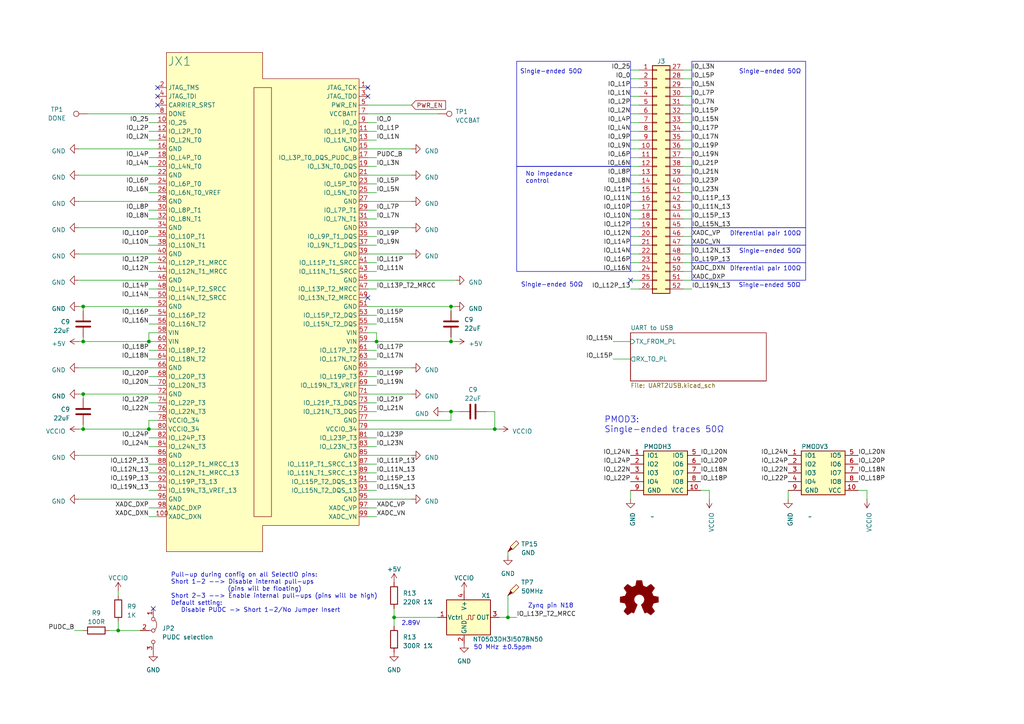
<source format=kicad_sch>
(kicad_sch (version 20230121) (generator eeschema)
  (paper "A4")
  (title_block (title "MicroZed development carrier board") (date "2023-08-19") (rev "4") (comment 1 "               License: BSD 2-Clause License") (comment 3 "               (c) 2023 Viktor Nikolov"))
  (lib_symbols
    (symbol "Connector:TestPoint" (pin_numbers hide) (pin_names (offset 0.762) hide)
      (property "Reference" "TP" (at 0 6.858 0))
      (property "Value" "TestPoint" (at 0 5.08 0))
      (symbol "TestPoint_1_1"
        (pin passive line (at 0 0 90) (length 2.54) (name "1") (number "1"))
      )
    )
    (symbol "Connector:TestPoint_Probe" (pin_numbers hide) (pin_names (offset 0.762) hide)
      (property "Reference" "TP" (at 1.651 5.842 0))
      (property "Value" "TestPoint_Probe" (at 1.651 4.064 0))
      (symbol "TestPoint_Probe_1_1"
        (pin passive line (at 0 0 90) (length 0) (name "1") (number "1"))
      )
    )
    (symbol "Connector_Generic:Conn_02x26_Top_Bottom" (pin_names (offset 1.016) hide)
      (property "Reference" "J" (at 1.27 33.02 0))
      (property "Value" "Conn_02x26_Top_Bottom" (at 1.27 -35.56 0))
      (symbol "Conn_02x26_Top_Bottom_1_1"
        (pin passive line (at -5.08 30.48 0) (length 3.81) (name "Pin_1") (number "1"))
        (pin passive line (at -5.08 7.62 0) (length 3.81) (name "Pin_10") (number "10"))
        (pin passive line (at -5.08 5.08 0) (length 3.81) (name "Pin_11") (number "11"))
        (pin passive line (at -5.08 2.54 0) (length 3.81) (name "Pin_12") (number "12"))
        (pin passive line (at -5.08 0 0) (length 3.81) (name "Pin_13") (number "13"))
        (pin passive line (at -5.08 -2.54 0) (length 3.81) (name "Pin_14") (number "14"))
        (pin passive line (at -5.08 -5.08 0) (length 3.81) (name "Pin_15") (number "15"))
        (pin passive line (at -5.08 -7.62 0) (length 3.81) (name "Pin_16") (number "16"))
        (pin passive line (at -5.08 -10.16 0) (length 3.81) (name "Pin_17") (number "17"))
        (pin passive line (at -5.08 -12.7 0) (length 3.81) (name "Pin_18") (number "18"))
        (pin passive line (at -5.08 -15.24 0) (length 3.81) (name "Pin_19") (number "19"))
        (pin passive line (at -5.08 27.94 0) (length 3.81) (name "Pin_2") (number "2"))
        (pin passive line (at -5.08 -17.78 0) (length 3.81) (name "Pin_20") (number "20"))
        (pin passive line (at -5.08 -20.32 0) (length 3.81) (name "Pin_21") (number "21"))
        (pin passive line (at -5.08 -22.86 0) (length 3.81) (name "Pin_22") (number "22"))
        (pin passive line (at -5.08 -25.4 0) (length 3.81) (name "Pin_23") (number "23"))
        (pin passive line (at -5.08 -27.94 0) (length 3.81) (name "Pin_24") (number "24"))
        (pin passive line (at -5.08 -30.48 0) (length 3.81) (name "Pin_25") (number "25"))
        (pin passive line (at -5.08 -33.02 0) (length 3.81) (name "Pin_26") (number "26"))
        (pin passive line (at 7.62 30.48 180) (length 3.81) (name "Pin_27") (number "27"))
        (pin passive line (at 7.62 27.94 180) (length 3.81) (name "Pin_28") (number "28"))
        (pin passive line (at 7.62 25.4 180) (length 3.81) (name "Pin_29") (number "29"))
        (pin passive line (at -5.08 25.4 0) (length 3.81) (name "Pin_3") (number "3"))
        (pin passive line (at 7.62 22.86 180) (length 3.81) (name "Pin_30") (number "30"))
        (pin passive line (at 7.62 20.32 180) (length 3.81) (name "Pin_31") (number "31"))
        (pin passive line (at 7.62 17.78 180) (length 3.81) (name "Pin_32") (number "32"))
        (pin passive line (at 7.62 15.24 180) (length 3.81) (name "Pin_33") (number "33"))
        (pin passive line (at 7.62 12.7 180) (length 3.81) (name "Pin_34") (number "34"))
        (pin passive line (at 7.62 10.16 180) (length 3.81) (name "Pin_35") (number "35"))
        (pin passive line (at 7.62 7.62 180) (length 3.81) (name "Pin_36") (number "36"))
        (pin passive line (at 7.62 5.08 180) (length 3.81) (name "Pin_37") (number "37"))
        (pin passive line (at 7.62 2.54 180) (length 3.81) (name "Pin_38") (number "38"))
        (pin passive line (at 7.62 0 180) (length 3.81) (name "Pin_39") (number "39"))
        (pin passive line (at -5.08 22.86 0) (length 3.81) (name "Pin_4") (number "4"))
        (pin passive line (at 7.62 -2.54 180) (length 3.81) (name "Pin_40") (number "40"))
        (pin passive line (at 7.62 -5.08 180) (length 3.81) (name "Pin_41") (number "41"))
        (pin passive line (at 7.62 -7.62 180) (length 3.81) (name "Pin_42") (number "42"))
        (pin passive line (at 7.62 -10.16 180) (length 3.81) (name "Pin_43") (number "43"))
        (pin passive line (at 7.62 -12.7 180) (length 3.81) (name "Pin_44") (number "44"))
        (pin passive line (at 7.62 -15.24 180) (length 3.81) (name "Pin_45") (number "45"))
        (pin passive line (at 7.62 -17.78 180) (length 3.81) (name "Pin_46") (number "46"))
        (pin passive line (at 7.62 -20.32 180) (length 3.81) (name "Pin_47") (number "47"))
        (pin passive line (at 7.62 -22.86 180) (length 3.81) (name "Pin_48") (number "48"))
        (pin passive line (at 7.62 -25.4 180) (length 3.81) (name "Pin_49") (number "49"))
        (pin passive line (at -5.08 20.32 0) (length 3.81) (name "Pin_5") (number "5"))
        (pin passive line (at 7.62 -27.94 180) (length 3.81) (name "Pin_50") (number "50"))
        (pin passive line (at 7.62 -30.48 180) (length 3.81) (name "Pin_51") (number "51"))
        (pin passive line (at 7.62 -33.02 180) (length 3.81) (name "Pin_52") (number "52"))
        (pin passive line (at -5.08 17.78 0) (length 3.81) (name "Pin_6") (number "6"))
        (pin passive line (at -5.08 15.24 0) (length 3.81) (name "Pin_7") (number "7"))
        (pin passive line (at -5.08 12.7 0) (length 3.81) (name "Pin_8") (number "8"))
        (pin passive line (at -5.08 10.16 0) (length 3.81) (name "Pin_9") (number "9"))
      )
    )
    (symbol "Device:C" (pin_numbers hide) (pin_names (offset 0.254))
      (property "Reference" "C" (at 0.635 2.54 0))
      (property "Value" "C" (at 0.635 -2.54 0))
      (symbol "C_1_1"
        (pin passive line (at 0 3.81 270) (length 2.794) (name "~") (number "1"))
        (pin passive line (at 0 -3.81 90) (length 2.794) (name "~") (number "2"))
      )
    )
    (symbol "Device:R" (pin_numbers hide) (pin_names (offset 0))
      (property "Reference" "R" (at 2.032 0 90))
      (property "Value" "R" (at 0 0 90))
      (symbol "R_1_1"
        (pin passive line (at 0 3.81 270) (length 1.27) (name "~") (number "1"))
        (pin passive line (at 0 -3.81 90) (length 1.27) (name "~") (number "2"))
      )
    )
    (symbol "Graphic:Logo_Open_Hardware_Small" (in_bom no) (on_board no))
    (symbol "Jumper:Jumper_3_Bridged12" (pin_names (offset 0) hide)
      (property "Reference" "JP" (at -2.54 -2.54 0))
      (property "Value" "Jumper_3_Bridged12" (at 0 2.794 0))
      (symbol "Jumper_3_Bridged12_1_1"
        (pin passive line (at -6.35 0 0) (length 2.54) (name "A") (number "1"))
        (pin passive line (at 0 -3.81 90) (length 2.54) (name "C") (number "2"))
        (pin passive line (at 6.35 0 180) (length 2.54) (name "B") (number "3"))
      )
    )
    (symbol "Oscillator:DFA-S2" (pin_names (offset 0.254))
      (property "Reference" "X" (at -5.08 6.35 0))
      (property "Value" "DFA-S2" (at 1.27 -6.35 0))
      (symbol "DFA-S2_1_1"
        (pin input line (at -7.62 0 0) (length 2.54) (name "Vctrl") (number "1"))
        (pin power_in line (at 0 -7.62 90) (length 2.54) (name "GND") (number "2"))
        (pin output line (at 10.16 0 180) (length 2.54) (name "OUT") (number "3"))
        (pin power_in line (at 0 7.62 270) (length 2.54) (name "V+") (number "4"))
      )
    )
    (symbol "Viktor_symbols:MicroZed_carrier_plug_JX1"
      (property "Reference" "JX1" (at -22.86 6.985 0))
      (symbol "MicroZed_carrier_plug_JX1_0_0"
        (pin output line (at 30.48 0 180) (length 2.54) (name "JTAG_TCK") (number "1"))
        (pin bidirectional line (at -30.48 -10.16 0) (length 2.54) (name "IO_25") (number "10"))
        (pin bidirectional line (at -30.48 -124.46 0) (length 2.54) (name "XADC_DXN") (number "100"))
        (pin bidirectional line (at 30.48 -12.7 180) (length 2.54) (name "IO_L1P_T0") (number "11"))
        (pin bidirectional line (at -30.48 -12.7 0) (length 2.54) (name "IO_L2P_T0") (number "12"))
        (pin bidirectional line (at 30.48 -15.24 180) (length 2.54) (name "IO_L1N_T0") (number "13"))
        (pin bidirectional line (at -30.48 -15.24 0) (length 2.54) (name "IO_L2N_T0") (number "14"))
        (pin power_out line (at 30.48 -17.78 180) (length 2.54) (name "GND") (number "15"))
        (pin power_out line (at -30.48 -17.78 0) (length 2.54) (name "GND") (number "16"))
        (pin bidirectional line (at 30.48 -20.32 180) (length 2.54) (name "IO_L3P_T0_DQS_PUDC_B") (number "17"))
        (pin bidirectional line (at -30.48 -20.32 0) (length 2.54) (name "IO_L4P_T0") (number "18"))
        (pin bidirectional line (at 30.48 -22.86 180) (length 2.54) (name "IO_L3N_T0_DQS") (number "19"))
        (pin bidirectional line (at -30.48 0 0) (length 2.54) (name "JTAG_TMS") (number "2"))
        (pin bidirectional line (at -30.48 -22.86 0) (length 2.54) (name "IO_L4N_T0") (number "20"))
        (pin power_out line (at 30.48 -25.4 180) (length 2.54) (name "GND") (number "21"))
        (pin power_out line (at -30.48 -25.4 0) (length 2.54) (name "GND") (number "22"))
        (pin output line (at 30.48 -27.94 180) (length 2.54) (name "IO_L5P_T0") (number "23"))
        (pin output line (at -30.48 -27.94 0) (length 2.54) (name "IO_L6P_T0") (number "24"))
        (pin output line (at 30.48 -30.48 180) (length 2.54) (name "IO_L5N_T0") (number "25"))
        (pin output line (at -30.48 -30.48 0) (length 2.54) (name "IO_L6N_T0_VREF") (number "26"))
        (pin power_out line (at 30.48 -33.02 180) (length 2.54) (name "GND") (number "27"))
        (pin power_out line (at -30.48 -33.02 0) (length 2.54) (name "GND") (number "28"))
        (pin output line (at 30.48 -35.56 180) (length 2.54) (name "IO_L7P_T1") (number "29"))
        (pin bidirectional line (at 30.48 -2.54 180) (length 2.54) (name "JTAG_TDO") (number "3"))
        (pin output line (at -30.48 -35.56 0) (length 2.54) (name "IO_L8P_T1") (number "30"))
        (pin output line (at 30.48 -38.1 180) (length 2.54) (name "IO_L7N_T1") (number "31"))
        (pin bidirectional line (at -30.48 -38.1 0) (length 2.54) (name "IO_L8N_T1") (number "32"))
        (pin power_out line (at 30.48 -40.64 180) (length 2.54) (name "GND") (number "33"))
        (pin power_out line (at -30.48 -40.64 0) (length 2.54) (name "GND") (number "34"))
        (pin bidirectional line (at 30.48 -43.18 180) (length 2.54) (name "IO_L9P_T1_DQS") (number "35"))
        (pin bidirectional line (at -30.48 -43.18 0) (length 2.54) (name "IO_L10P_T1") (number "36"))
        (pin bidirectional line (at 30.48 -45.72 180) (length 2.54) (name "IO_L9N_T1_DQS") (number "37"))
        (pin bidirectional line (at -30.48 -45.72 0) (length 2.54) (name "IO_L10N_T1") (number "38"))
        (pin power_out line (at 30.48 -48.26 180) (length 2.54) (name "GND") (number "39"))
        (pin bidirectional line (at -30.48 -2.54 0) (length 2.54) (name "JTAG_TDI") (number "4"))
        (pin power_out line (at -30.48 -48.26 0) (length 2.54) (name "GND") (number "40"))
        (pin bidirectional line (at 30.48 -50.8 180) (length 2.54) (name "IO_L11P_T1_SRCC") (number "41"))
        (pin bidirectional line (at -30.48 -50.8 0) (length 2.54) (name "IO_L12P_T1_MRCC") (number "42"))
        (pin bidirectional line (at 30.48 -53.34 180) (length 2.54) (name "IO_L11N_T1_SRCC") (number "43"))
        (pin bidirectional line (at -30.48 -53.34 0) (length 2.54) (name "IO_L12N_T1_MRCC") (number "44"))
        (pin power_out line (at 30.48 -55.88 180) (length 2.54) (name "GND") (number "45"))
        (pin power_out line (at -30.48 -55.88 0) (length 2.54) (name "GND") (number "46"))
        (pin bidirectional line (at 30.48 -58.42 180) (length 2.54) (name "IO_L13P_T2_MRCC") (number "47"))
        (pin bidirectional line (at -30.48 -58.42 0) (length 2.54) (name "IO_L14P_T2_SRCC") (number "48"))
        (pin bidirectional line (at 30.48 -60.96 180) (length 2.54) (name "IO_L13N_T2_MRCC") (number "49"))
        (pin bidirectional line (at 30.48 -5.08 180) (length 2.54) (name "PWR_EN") (number "5"))
        (pin bidirectional line (at -30.48 -60.96 0) (length 2.54) (name "IO_L14N_T2_SRCC") (number "50"))
        (pin power_out line (at 30.48 -63.5 180) (length 2.54) (name "GND") (number "51"))
        (pin power_out line (at -30.48 -63.5 0) (length 2.54) (name "GND") (number "52"))
        (pin bidirectional line (at 30.48 -66.04 180) (length 2.54) (name "IO_L15P_T2_DQS") (number "53"))
        (pin bidirectional line (at -30.48 -66.04 0) (length 2.54) (name "IO_L16P_T2") (number "54"))
        (pin bidirectional line (at 30.48 -68.58 180) (length 2.54) (name "IO_L15N_T2_DQS") (number "55"))
        (pin bidirectional line (at -30.48 -68.58 0) (length 2.54) (name "IO_L16N_T2") (number "56"))
        (pin power_in line (at 30.48 -71.12 180) (length 2.54) (name "VIN") (number "57"))
        (pin power_in line (at -30.48 -71.12 0) (length 2.54) (name "VIN") (number "58"))
        (pin power_in line (at 30.48 -73.66 180) (length 2.54) (name "VIN") (number "59"))
        (pin bidirectional line (at -30.48 -5.08 0) (length 2.54) (name "CARRIER_SRST") (number "6"))
        (pin power_in line (at -30.48 -73.66 0) (length 2.54) (name "VIN") (number "60"))
        (pin bidirectional line (at 30.48 -76.2 180) (length 2.54) (name "IO_L17P_T2") (number "61"))
        (pin bidirectional line (at -30.48 -76.2 0) (length 2.54) (name "IO_L18P_T2") (number "62"))
        (pin bidirectional line (at 30.48 -78.74 180) (length 2.54) (name "IO_L17N_T2") (number "63"))
        (pin bidirectional line (at -30.48 -78.74 0) (length 2.54) (name "IO_L18N_T2") (number "64"))
        (pin power_out line (at 30.48 -81.28 180) (length 2.54) (name "GND") (number "65"))
        (pin power_out line (at -30.48 -81.28 0) (length 2.54) (name "GND") (number "66"))
        (pin bidirectional line (at 30.48 -83.82 180) (length 2.54) (name "IO_L19P_T3") (number "67"))
        (pin bidirectional line (at -30.48 -83.82 0) (length 2.54) (name "IO_L20P_T3") (number "68"))
        (pin bidirectional line (at 30.48 -86.36 180) (length 2.54) (name "IO_L19N_T3_VREF") (number "69"))
        (pin power_in line (at 30.48 -7.62 180) (length 2.54) (name "VCCBATT") (number "7"))
        (pin bidirectional line (at -30.48 -86.36 0) (length 2.54) (name "IO_L20N_T3") (number "70"))
        (pin power_out line (at 30.48 -88.9 180) (length 2.54) (name "GND") (number "71"))
        (pin power_out line (at -30.48 -88.9 0) (length 2.54) (name "GND") (number "72"))
        (pin bidirectional line (at 30.48 -91.44 180) (length 2.54) (name "IO_L21P_T3_DQS") (number "73"))
        (pin bidirectional line (at -30.48 -91.44 0) (length 2.54) (name "IO_L22P_T3") (number "74"))
        (pin bidirectional line (at 30.48 -93.98 180) (length 2.54) (name "IO_L21N_T3_DQS") (number "75"))
        (pin bidirectional line (at -30.48 -93.98 0) (length 2.54) (name "IO_L22N_T3") (number "76"))
        (pin power_out line (at 30.48 -96.52 180) (length 2.54) (name "GND") (number "77"))
        (pin power_in line (at -30.48 -96.52 0) (length 2.54) (name "VCCIO_34") (number "78"))
        (pin power_in line (at 30.48 -99.06 180) (length 2.54) (name "VCCIO_34") (number "79"))
        (pin bidirectional line (at -30.48 -7.62 0) (length 2.54) (name "DONE") (number "8"))
        (pin power_in line (at -30.48 -99.06 0) (length 2.54) (name "VCCIO_34") (number "80"))
        (pin bidirectional line (at 30.48 -101.6 180) (length 2.54) (name "IO_L23P_T3") (number "81"))
        (pin bidirectional line (at -30.48 -101.6 0) (length 2.54) (name "IO_L24P_T3") (number "82"))
        (pin bidirectional line (at 30.48 -104.14 180) (length 2.54) (name "IO_L23N_T3") (number "83"))
        (pin bidirectional line (at -30.48 -104.14 0) (length 2.54) (name "IO_L24N_T3") (number "84"))
        (pin power_out line (at 30.48 -106.68 180) (length 2.54) (name "GND") (number "85"))
        (pin power_out line (at -30.48 -106.68 0) (length 2.54) (name "GND") (number "86"))
        (pin bidirectional line (at 30.48 -109.22 180) (length 2.54) (name "IO_L11P_T1_SRCC_13") (number "87"))
        (pin bidirectional line (at -30.48 -109.22 0) (length 2.54) (name "IO_L12P_T1_MRCC_13") (number "88"))
        (pin bidirectional line (at 30.48 -111.76 180) (length 2.54) (name "IO_L11N_T1_SRCC_13") (number "89"))
        (pin bidirectional line (at 30.48 -10.16 180) (length 2.54) (name "IO_0") (number "9"))
        (pin bidirectional line (at -30.48 -111.76 0) (length 2.54) (name "IO_L12N_T1_MRCC_13") (number "90"))
        (pin bidirectional line (at 30.48 -114.3 180) (length 2.54) (name "IO_L15P_T2_DQS_13") (number "91"))
        (pin bidirectional line (at -30.48 -114.3 0) (length 2.54) (name "IO_L19P_T3_13") (number "92"))
        (pin bidirectional line (at 30.48 -116.84 180) (length 2.54) (name "IO_L15N_T2_DQS_13") (number "93"))
        (pin bidirectional line (at -30.48 -116.84 0) (length 2.54) (name "IO_L19N_T3_VREF_13") (number "94"))
        (pin power_out line (at 30.48 -119.38 180) (length 2.54) (name "GND") (number "95"))
        (pin power_out line (at -30.48 -119.38 0) (length 2.54) (name "GND") (number "96"))
        (pin bidirectional line (at 30.48 -121.92 180) (length 2.54) (name "XADC_VP") (number "97"))
        (pin bidirectional line (at -30.48 -121.92 0) (length 2.54) (name "XADC_DXP") (number "98"))
        (pin bidirectional line (at 30.48 -124.46 180) (length 2.54) (name "XADC_VN") (number "99"))
      )
    )
    (symbol "Viktor_symbols:PMOD_socket" (pin_names (offset 1.016))
      (property "Reference" "J" (at -3.81 10.16 0))
      (symbol "PMOD_socket_1_1"
        (pin bidirectional line (at -10.16 7.62 0) (length 3.81) (name "IO1") (number "1"))
        (pin power_in line (at 10.16 -2.54 180) (length 3.81) (name "VCC") (number "10"))
        (pin bidirectional line (at -10.16 5.08 0) (length 3.81) (name "IO2") (number "2"))
        (pin bidirectional line (at -10.16 2.54 0) (length 3.81) (name "IO3") (number "3"))
        (pin bidirectional line (at -10.16 0 0) (length 3.81) (name "IO4") (number "4"))
        (pin bidirectional line (at 10.16 7.62 180) (length 3.81) (name "IO5") (number "5"))
        (pin bidirectional line (at 10.16 5.08 180) (length 3.81) (name "IO6") (number "6"))
        (pin bidirectional line (at 10.16 2.54 180) (length 3.81) (name "IO7") (number "7"))
        (pin bidirectional line (at 10.16 0 180) (length 3.81) (name "IO8") (number "8"))
        (pin power_out line (at -10.16 -2.54 0) (length 3.81) (name "GND") (number "9"))
      )
    )
    (symbol "Viktor_symbols:VCCIO" (power) (pin_names (offset 0))
      (property "Value" "VCCIO" (at 0 3.81 0))
      (symbol "VCCIO_1_1"
        (pin power_in line (at 0 0 90) (length 0) hide (name "VCCIO") (number "1"))
      )
    )
    (symbol "power:+5V" (power) (pin_names (offset 0))
      (property "Value" "+5V" (at 0 3.556 0))
      (symbol "+5V_1_1"
        (pin power_in line (at 0 0 90) (length 0) hide (name "+5V") (number "1"))
      )
    )
    (symbol "power:GND" (power) (pin_names (offset 0))
      (property "Value" "GND" (at 0 -3.81 0))
      (symbol "GND_1_1"
        (pin power_in line (at 0 0 270) (length 0) hide (name "GND") (number "1"))
      )
    )
  )
  (junction (at 24.13 99.06))
  (junction (at 130.81 119.38))
  (junction (at 43.18 124.46))
  (junction (at 130.81 88.9))
  (junction (at 34.29 182.88))
  (junction (at 109.22 99.06))
  (junction (at 130.81 99.06))
  (junction (at 24.13 124.46))
  (junction (at 143.51 124.46))
  (junction (at 147.32 179.07))
  (junction (at 24.13 88.9))
  (junction (at 24.13 114.3))
  (junction (at 43.18 99.06))
  (junction (at 114.3 179.07))
  (no_connect (at 106.68 86.36))
  (no_connect (at 45.72 25.4))
  (no_connect (at 45.72 30.48))
  (no_connect (at 106.68 25.4))
  (no_connect (at 45.72 27.94))
  (no_connect (at 44.45 176.53))
  (no_connect (at 182.88 81.28))
  (no_connect (at 106.68 27.94))
  (wire (pts (xy 106.68 119.38) (xy 109.22 119.38)))
  (wire (pts (xy 114.3 176.53) (xy 114.3 179.07)))
  (wire (pts (xy 22.86 132.08) (xy 45.72 132.08)))
  (wire (pts (xy 43.18 38.1) (xy 45.72 38.1)))
  (wire (pts (xy 106.68 132.08) (xy 119.38 132.08)))
  (wire (pts (xy 24.13 114.3) (xy 45.72 114.3)))
  (wire (pts (xy 228.6 144.78) (xy 228.6 142.24)))
  (wire (pts (xy 106.68 38.1) (xy 109.22 38.1)))
  (wire (pts (xy 22.86 106.68) (xy 45.72 106.68)))
  (wire (pts (xy 106.68 121.92) (xy 130.81 121.92)))
  (wire (pts (xy 106.68 83.82) (xy 109.22 83.82)))
  (wire (pts (xy 128.27 119.38) (xy 130.81 119.38)))
  (wire (pts (xy 177.8 99.06) (xy 182.88 99.06)))
  (wire (pts (xy 43.18 63.5) (xy 45.72 63.5)))
  (wire (pts (xy 22.86 144.78) (xy 45.72 144.78)))
  (wire (pts (xy 106.68 149.86) (xy 109.22 149.86)))
  (wire (pts (xy 109.22 99.06) (xy 130.81 99.06)))
  (wire (pts (xy 198.12 22.86) (xy 200.66 22.86)))
  (wire (pts (xy 182.88 35.56) (xy 185.42 35.56)))
  (wire (pts (xy 182.88 25.4) (xy 185.42 25.4)))
  (wire (pts (xy 182.88 27.94) (xy 185.42 27.94)))
  (wire (pts (xy 106.68 109.22) (xy 109.22 109.22)))
  (wire (pts (xy 43.18 45.72) (xy 45.72 45.72)))
  (wire (pts (xy 182.88 43.18) (xy 185.42 43.18)))
  (wire (pts (xy 43.18 139.7) (xy 45.72 139.7)))
  (wire (pts (xy 106.68 101.6) (xy 109.22 101.6)))
  (wire (pts (xy 43.18 71.12) (xy 45.72 71.12)))
  (wire (pts (xy 198.12 20.32) (xy 200.66 20.32)))
  (wire (pts (xy 106.68 93.98) (xy 109.22 93.98)))
  (wire (pts (xy 106.68 53.34) (xy 109.22 53.34)))
  (wire (pts (xy 106.68 58.42) (xy 119.38 58.42)))
  (wire (pts (xy 182.88 30.48) (xy 185.42 30.48)))
  (wire (pts (xy 198.12 33.02) (xy 200.66 33.02)))
  (wire (pts (xy 248.92 142.24) (xy 251.46 142.24)))
  (wire (pts (xy 43.18 96.52) (xy 43.18 99.06)))
  (wire (pts (xy 109.22 99.06) (xy 106.68 99.06)))
  (wire (pts (xy 130.81 88.9) (xy 130.81 90.17)))
  (wire (pts (xy 182.88 53.34) (xy 185.42 53.34)))
  (wire (pts (xy 106.68 45.72) (xy 109.22 45.72)))
  (wire (pts (xy 182.88 50.8) (xy 185.42 50.8)))
  (wire (pts (xy 43.18 111.76) (xy 45.72 111.76)))
  (wire (pts (xy 198.12 53.34) (xy 200.66 53.34)))
  (wire (pts (xy 182.88 22.86) (xy 185.42 22.86)))
  (wire (pts (xy 24.13 97.79) (xy 24.13 99.06)))
  (wire (pts (xy 106.68 127) (xy 109.22 127)))
  (wire (pts (xy 43.18 149.86) (xy 45.72 149.86)))
  (wire (pts (xy 22.86 99.06) (xy 24.13 99.06)))
  (wire (pts (xy 106.68 71.12) (xy 109.22 71.12)))
  (wire (pts (xy 43.18 134.62) (xy 45.72 134.62)))
  (wire (pts (xy 182.88 144.78) (xy 182.88 142.24)))
  (wire (pts (xy 198.12 68.58) (xy 200.66 68.58)))
  (wire (pts (xy 43.18 142.24) (xy 45.72 142.24)))
  (wire (pts (xy 22.86 124.46) (xy 24.13 124.46)))
  (wire (pts (xy 198.12 73.66) (xy 200.66 73.66)))
  (wire (pts (xy 106.68 88.9) (xy 130.81 88.9)))
  (wire (pts (xy 43.18 101.6) (xy 45.72 101.6)))
  (wire (pts (xy 182.88 45.72) (xy 185.42 45.72)))
  (wire (pts (xy 198.12 83.82) (xy 200.66 83.82)))
  (wire (pts (xy 22.86 50.8) (xy 45.72 50.8)))
  (wire (pts (xy 203.2 142.24) (xy 205.74 142.24)))
  (wire (pts (xy 198.12 71.12) (xy 200.66 71.12)))
  (wire (pts (xy 198.12 55.88) (xy 200.66 55.88)))
  (wire (pts (xy 106.68 111.76) (xy 109.22 111.76)))
  (wire (pts (xy 43.18 119.38) (xy 45.72 119.38)))
  (wire (pts (xy 106.68 73.66) (xy 119.38 73.66)))
  (wire (pts (xy 182.88 58.42) (xy 185.42 58.42)))
  (wire (pts (xy 251.46 142.24) (xy 251.46 144.78)))
  (wire (pts (xy 106.68 60.96) (xy 109.22 60.96)))
  (wire (pts (xy 106.68 104.14) (xy 109.22 104.14)))
  (wire (pts (xy 106.68 116.84) (xy 109.22 116.84)))
  (wire (pts (xy 106.68 35.56) (xy 109.22 35.56)))
  (wire (pts (xy 45.72 121.92) (xy 43.18 121.92)))
  (wire (pts (xy 182.88 76.2) (xy 185.42 76.2)))
  (wire (pts (xy 147.32 172.72) (xy 147.32 179.07)))
  (wire (pts (xy 106.68 96.52) (xy 109.22 96.52)))
  (wire (pts (xy 140.97 119.38) (xy 143.51 119.38)))
  (wire (pts (xy 43.18 104.14) (xy 45.72 104.14)))
  (wire (pts (xy 43.18 83.82) (xy 45.72 83.82)))
  (wire (pts (xy 24.13 99.06) (xy 43.18 99.06)))
  (wire (pts (xy 106.68 78.74) (xy 109.22 78.74)))
  (wire (pts (xy 22.86 81.28) (xy 45.72 81.28)))
  (wire (pts (xy 106.68 76.2) (xy 109.22 76.2)))
  (wire (pts (xy 31.75 182.88) (xy 34.29 182.88)))
  (wire (pts (xy 22.86 88.9) (xy 24.13 88.9)))
  (wire (pts (xy 182.88 33.02) (xy 185.42 33.02)))
  (wire (pts (xy 198.12 45.72) (xy 200.66 45.72)))
  (wire (pts (xy 114.3 179.07) (xy 114.3 181.61)))
  (wire (pts (xy 106.68 43.18) (xy 119.38 43.18)))
  (wire (pts (xy 106.68 66.04) (xy 119.38 66.04)))
  (wire (pts (xy 34.29 182.88) (xy 40.64 182.88)))
  (wire (pts (xy 198.12 63.5) (xy 200.66 63.5)))
  (wire (pts (xy 182.88 20.32) (xy 185.42 20.32)))
  (wire (pts (xy 182.88 81.28) (xy 185.42 81.28)))
  (wire (pts (xy 43.18 127) (xy 45.72 127)))
  (wire (pts (xy 182.88 55.88) (xy 185.42 55.88)))
  (wire (pts (xy 198.12 30.48) (xy 200.66 30.48)))
  (wire (pts (xy 198.12 25.4) (xy 200.66 25.4)))
  (wire (pts (xy 22.86 43.18) (xy 45.72 43.18)))
  (wire (pts (xy 106.68 144.78) (xy 119.38 144.78)))
  (wire (pts (xy 198.12 60.96) (xy 200.66 60.96)))
  (wire (pts (xy 24.13 114.3) (xy 24.13 115.57)))
  (wire (pts (xy 198.12 48.26) (xy 200.66 48.26)))
  (wire (pts (xy 24.13 88.9) (xy 45.72 88.9)))
  (wire (pts (xy 43.18 99.06) (xy 45.72 99.06)))
  (wire (pts (xy 182.88 78.74) (xy 185.42 78.74)))
  (wire (pts (xy 182.88 60.96) (xy 185.42 60.96)))
  (wire (pts (xy 106.68 81.28) (xy 132.08 81.28)))
  (wire (pts (xy 182.88 68.58) (xy 185.42 68.58)))
  (wire (pts (xy 182.88 83.82) (xy 185.42 83.82)))
  (wire (pts (xy 147.32 179.07) (xy 149.86 179.07)))
  (wire (pts (xy 198.12 58.42) (xy 200.66 58.42)))
  (wire (pts (xy 198.12 40.64) (xy 200.66 40.64)))
  (wire (pts (xy 130.81 119.38) (xy 133.35 119.38)))
  (wire (pts (xy 198.12 66.04) (xy 200.66 66.04)))
  (wire (pts (xy 106.68 50.8) (xy 119.38 50.8)))
  (wire (pts (xy 106.68 139.7) (xy 109.22 139.7)))
  (wire (pts (xy 198.12 27.94) (xy 200.66 27.94)))
  (wire (pts (xy 182.88 66.04) (xy 185.42 66.04)))
  (wire (pts (xy 106.68 40.64) (xy 109.22 40.64)))
  (wire (pts (xy 43.18 78.74) (xy 45.72 78.74)))
  (wire (pts (xy 106.68 142.24) (xy 109.22 142.24)))
  (wire (pts (xy 205.74 142.24) (xy 205.74 144.78)))
  (wire (pts (xy 109.22 96.52) (xy 109.22 99.06)))
  (wire (pts (xy 43.18 124.46) (xy 45.72 124.46)))
  (wire (pts (xy 34.29 180.34) (xy 34.29 182.88)))
  (wire (pts (xy 106.68 68.58) (xy 109.22 68.58)))
  (wire (pts (xy 147.32 160.02) (xy 147.32 161.29)))
  (wire (pts (xy 22.86 58.42) (xy 45.72 58.42)))
  (wire (pts (xy 106.68 124.46) (xy 143.51 124.46)))
  (wire (pts (xy 43.18 93.98) (xy 45.72 93.98)))
  (wire (pts (xy 182.88 40.64) (xy 185.42 40.64)))
  (wire (pts (xy 177.8 104.14) (xy 182.88 104.14)))
  (wire (pts (xy 198.12 35.56) (xy 200.66 35.56)))
  (wire (pts (xy 43.18 137.16) (xy 45.72 137.16)))
  (wire (pts (xy 198.12 43.18) (xy 200.66 43.18)))
  (wire (pts (xy 106.68 114.3) (xy 119.38 114.3)))
  (wire (pts (xy 22.86 114.3) (xy 24.13 114.3)))
  (wire (pts (xy 182.88 38.1) (xy 185.42 38.1)))
  (wire (pts (xy 143.51 119.38) (xy 143.51 124.46)))
  (wire (pts (xy 106.68 91.44) (xy 109.22 91.44)))
  (wire (pts (xy 130.81 99.06) (xy 132.08 99.06)))
  (wire (pts (xy 43.18 55.88) (xy 45.72 55.88)))
  (wire (pts (xy 106.68 137.16) (xy 109.22 137.16)))
  (wire (pts (xy 43.18 147.32) (xy 45.72 147.32)))
  (wire (pts (xy 43.18 53.34) (xy 45.72 53.34)))
  (wire (pts (xy 106.68 55.88) (xy 109.22 55.88)))
  (wire (pts (xy 21.59 182.88) (xy 24.13 182.88)))
  (wire (pts (xy 106.68 33.02) (xy 127 33.02)))
  (wire (pts (xy 182.88 48.26) (xy 185.42 48.26)))
  (wire (pts (xy 24.13 123.19) (xy 24.13 124.46)))
  (wire (pts (xy 182.88 71.12) (xy 185.42 71.12)))
  (wire (pts (xy 144.78 179.07) (xy 147.32 179.07)))
  (wire (pts (xy 114.3 179.07) (xy 127 179.07)))
  (wire (pts (xy 106.68 30.48) (xy 119.38 30.48)))
  (wire (pts (xy 198.12 38.1) (xy 200.66 38.1)))
  (wire (pts (xy 43.18 35.56) (xy 45.72 35.56)))
  (wire (pts (xy 43.18 76.2) (xy 45.72 76.2)))
  (wire (pts (xy 43.18 116.84) (xy 45.72 116.84)))
  (wire (pts (xy 43.18 109.22) (xy 45.72 109.22)))
  (wire (pts (xy 130.81 97.79) (xy 130.81 99.06)))
  (wire (pts (xy 106.68 129.54) (xy 109.22 129.54)))
  (wire (pts (xy 182.88 73.66) (xy 185.42 73.66)))
  (wire (pts (xy 43.18 91.44) (xy 45.72 91.44)))
  (wire (pts (xy 43.18 86.36) (xy 45.72 86.36)))
  (wire (pts (xy 198.12 78.74) (xy 200.66 78.74)))
  (wire (pts (xy 198.12 81.28) (xy 200.66 81.28)))
  (wire (pts (xy 182.88 63.5) (xy 185.42 63.5)))
  (wire (pts (xy 43.18 40.64) (xy 45.72 40.64)))
  (wire (pts (xy 198.12 76.2) (xy 200.66 76.2)))
  (wire (pts (xy 24.13 88.9) (xy 24.13 90.17)))
  (wire (pts (xy 143.51 124.46) (xy 144.78 124.46)))
  (wire (pts (xy 198.12 50.8) (xy 200.66 50.8)))
  (wire (pts (xy 106.68 134.62) (xy 109.22 134.62)))
  (wire (pts (xy 43.18 129.54) (xy 45.72 129.54)))
  (wire (pts (xy 43.18 121.92) (xy 43.18 124.46)))
  (wire (pts (xy 130.81 88.9) (xy 132.08 88.9)))
  (wire (pts (xy 43.18 60.96) (xy 45.72 60.96)))
  (wire (pts (xy 43.18 68.58) (xy 45.72 68.58)))
  (wire (pts (xy 106.68 147.32) (xy 109.22 147.32)))
  (wire (pts (xy 43.18 48.26) (xy 45.72 48.26)))
  (wire (pts (xy 130.81 119.38) (xy 130.81 121.92)))
  (wire (pts (xy 45.72 96.52) (xy 43.18 96.52)))
  (wire (pts (xy 106.68 63.5) (xy 109.22 63.5)))
  (wire (pts (xy 25.4 33.02) (xy 45.72 33.02)))
  (wire (pts (xy 34.29 172.72) (xy 34.29 171.45)))
  (wire (pts (xy 106.68 48.26) (xy 109.22 48.26)))
  (wire (pts (xy 22.86 73.66) (xy 45.72 73.66)))
  (wire (pts (xy 22.86 66.04) (xy 45.72 66.04)))
  (wire (pts (xy 24.13 124.46) (xy 43.18 124.46)))
  (wire (pts (xy 106.68 106.68) (xy 119.38 106.68)))
  (rectangle (start 200.66 71.12) (end 233.68 76.2))
  (rectangle (start 200.66 17.78) (end 233.68 66.04))
  (rectangle (start 200.66 76.2) (end 233.68 81.28))
  (rectangle (start 149.86 48.26) (end 182.88 78.74))
  (rectangle (start 149.86 17.78) (end 182.88 48.26))
  (rectangle (start 200.66 66.04) (end 233.68 71.12))
  (text "Diferential pair 100Ω" (at 232.41 78.74 0) (effects (font (size 1.27 1.27)) (justify right bottom)))
  (text "Single-ended 50Ω" (at 232.283 83.566 0) (effects (font (size 1.27 1.27)) (justify right bottom)))
  (text "PMOD3:\nSingle-ended traces 50Ω" (at 175.26 125.73 0) (effects (font (size 1.778 1.778)) (justify left bottom)))
  (text "Single-ended 50Ω" (at 232.41 73.66 0) (effects (font (size 1.27 1.27)) (justify right bottom)))
  (text "Single-ended 50Ω" (at 232.41 21.59 0) (effects (font (size 1.27 1.27)) (justify right bottom)))
  (text "Diferential pair 100Ω" (at 232.41 68.58 0) (effects (font (size 1.27 1.27)) (justify right bottom)))
  (text "Zynq pin N18\n" (at 166.37 176.53 0) (effects (font (size 1.27 1.27)) (justify right bottom)))
  (text "Pull-up during config on all SelectIO pins:\nShort 1-2 --> Disable internal pull-ups \n                 (pins will be floating)\nShort 2-3 --> Enable internal pull-ups (pins will be high)\nDefault setting:\n   Disable PUDC -> Short 1-2/No Jumper Insert" (at 49.53 177.8 0) (effects (font (size 1.27 1.27)) (justify left bottom)))
  (text "No impedance\ncontrol" (at 152.4 53.34 0) (effects (font (size 1.27 1.27)) (justify left bottom)))
  (text "Single-ended 50Ω" (at 169.164 83.439 0) (effects (font (size 1.27 1.27)) (justify right bottom)))
  (text "2.89V" (at 121.92 181.61 0) (effects (font (size 1.27 1.27)) (justify right bottom)))
  (text "Single-ended 50Ω" (at 168.91 21.59 0) (effects (font (size 1.27 1.27)) (justify right bottom)))
  (text "50 MHz ±0.5ppm" (at 154.305 188.595 0) (effects (font (size 1.27 1.27)) (justify right bottom)))
  (label "IO_L22P" (at 43.18 116.84 180))
  (label "IO_L8N" (at 43.18 63.5 180))
  (label "IO_L1P" (at 182.88 25.4 180))
  (label "IO_L16P" (at 182.88 76.2 180))
  (label "IO_L19P" (at 200.66 43.18 0))
  (label "IO_L11P" (at 109.22 76.2 0))
  (label "IO_L19N" (at 109.22 111.76 0))
  (label "XADC_DXP" (at 200.66 81.28 0))
  (label "IO_0" (at 109.22 35.56 0))
  (label "IO_L14N" (at 182.88 73.66 180))
  (label "IO_L19N_13" (at 43.18 142.24 180))
  (label "IO_L14P" (at 182.88 71.12 180))
  (label "IO_L11N" (at 182.88 58.42 180))
  (label "IO_L20N" (at 248.92 132.08 0))
  (label "IO_L9P" (at 109.22 68.58 0))
  (label "IO_L15N" (at 109.22 93.98 0))
  (label "IO_L15P" (at 200.66 33.02 0))
  (label "IO_L22N" (at 182.88 137.16 180))
  (label "IO_L15N" (at 177.8 99.06 180))
  (label "IO_L4P" (at 182.88 35.56 180))
  (label "IO_L17P" (at 109.22 101.6 0))
  (label "IO_L16P" (at 43.18 91.44 180))
  (label "IO_25" (at 43.18 35.56 180))
  (label "IO_L5P" (at 200.66 22.86 0))
  (label "IO_L23N" (at 109.22 129.54 0))
  (label "IO_L19P_13" (at 200.66 76.2 0))
  (label "IO_L5N" (at 200.66 25.4 0))
  (label "IO_L19P" (at 109.22 109.22 0))
  (label "IO_L6P" (at 43.18 53.34 180))
  (label "IO_L7N" (at 109.22 63.5 0))
  (label "IO_L12P" (at 43.18 76.2 180))
  (label "IO_L18P" (at 43.18 101.6 180))
  (label "IO_L6P" (at 182.88 45.72 180))
  (label "IO_L10P" (at 43.18 68.58 180))
  (label "IO_L24N" (at 43.18 129.54 180))
  (label "IO_L2N" (at 43.18 40.64 180))
  (label "IO_L12N" (at 182.88 68.58 180))
  (label "IO_L22P" (at 228.6 139.7 180))
  (label "IO_L23N" (at 200.66 55.88 0))
  (label "IO_L1P" (at 109.22 38.1 0))
  (label "IO_L3N" (at 200.66 20.32 0))
  (label "IO_L16N" (at 43.18 93.98 180))
  (label "IO_L21N" (at 200.66 50.8 0))
  (label "IO_L8P" (at 182.88 50.8 180))
  (label "IO_L20P" (at 43.18 109.22 180))
  (label "IO_L7P" (at 109.22 60.96 0))
  (label "IO_L17P" (at 200.66 38.1 0))
  (label "IO_L15N" (at 200.66 35.56 0))
  (label "IO_L21P" (at 109.22 116.84 0))
  (label "IO_L19N_13" (at 200.66 83.82 0))
  (label "IO_L24P" (at 228.6 134.62 180))
  (label "XADC_DXN" (at 43.18 149.86 180))
  (label "XADC_DXP" (at 43.18 147.32 180))
  (label "IO_L12P_13" (at 182.88 83.82 180))
  (label "IO_L9P" (at 182.88 40.64 180))
  (label "IO_L15N_13" (at 200.66 66.04 0))
  (label "IO_25" (at 182.88 20.32 180))
  (label "IO_L7N" (at 200.66 30.48 0))
  (label "IO_L5P" (at 109.22 53.34 0))
  (label "IO_L8N" (at 182.88 53.34 180))
  (label "IO_L9N" (at 182.88 43.18 180))
  (label "IO_L10N" (at 182.88 63.5 180))
  (label "PUDC_B" (at 21.59 182.88 180))
  (label "IO_L21P" (at 200.66 48.26 0))
  (label "IO_L11P_13" (at 109.22 134.62 0))
  (label "PUDC_B" (at 109.22 45.72 0))
  (label "IO_L5N" (at 109.22 55.88 0))
  (label "IO_L14P" (at 43.18 83.82 180))
  (label "IO_L11N" (at 109.22 78.74 0))
  (label "IO_L17N" (at 109.22 104.14 0))
  (label "IO_L2N" (at 182.88 33.02 180))
  (label "IO_L19P_13" (at 43.18 139.7 180))
  (label "IO_L18N" (at 203.2 137.16 0))
  (label "IO_L20N" (at 203.2 132.08 0))
  (label "IO_L21N" (at 109.22 119.38 0))
  (label "IO_L10P" (at 182.88 60.96 180))
  (label "IO_L15P" (at 109.22 91.44 0))
  (label "IO_L17N" (at 200.66 40.64 0))
  (label "XADC_VN" (at 109.22 149.86 0))
  (label "IO_L12N_13" (at 200.66 73.66 0))
  (label "IO_L24N" (at 182.88 132.08 180))
  (label "IO_L20N" (at 43.18 111.76 180))
  (label "IO_L6N" (at 182.88 48.26 180))
  (label "IO_L4N" (at 43.18 48.26 180))
  (label "IO_0" (at 182.88 22.86 180))
  (label "IO_L18P" (at 248.92 139.7 0))
  (label "IO_L24P" (at 182.88 134.62 180))
  (label "IO_L23P" (at 109.22 127 0))
  (label "IO_L20P" (at 248.92 134.62 0))
  (label "IO_L14N" (at 43.18 86.36 180))
  (label "IO_L12N" (at 43.18 78.74 180))
  (label "IO_L18N" (at 248.92 137.16 0))
  (label "IO_L3N" (at 109.22 48.26 0))
  (label "IO_L24N" (at 228.6 132.08 180))
  (label "IO_L15P_13" (at 109.22 139.7 0))
  (label "IO_L19N" (at 200.66 45.72 0))
  (label "IO_L20P" (at 203.2 134.62 0))
  (label "IO_L7P" (at 200.66 27.94 0))
  (label "IO_L11P" (at 182.88 55.88 180))
  (label "IO_L16N" (at 182.88 78.74 180))
  (label "IO_L2P" (at 182.88 30.48 180))
  (label "IO_L13P_T2_MRCC" (at 149.86 179.07 0))
  (label "IO_L13P_T2_MRCC" (at 109.22 83.82 0))
  (label "IO_L24P" (at 43.18 127 180))
  (label "IO_L11N_13" (at 109.22 137.16 0))
  (label "IO_L18P" (at 203.2 139.7 0))
  (label "IO_L12N_13" (at 43.18 137.16 180))
  (label "XADC_VP" (at 200.66 68.58 0))
  (label "IO_L1N" (at 109.22 40.64 0))
  (label "XADC_DXN" (at 200.66 78.74 0))
  (label "IO_L2P" (at 43.18 38.1 180))
  (label "IO_L15P_13" (at 200.66 63.5 0))
  (label "IO_L1N" (at 182.88 27.94 180))
  (label "IO_L15N_13" (at 109.22 142.24 0))
  (label "IO_L4P" (at 43.18 45.72 180))
  (label "IO_L12P_13" (at 43.18 134.62 180))
  (label "IO_L6N" (at 43.18 55.88 180))
  (label "IO_L23P" (at 200.66 53.34 0))
  (label "XADC_VN" (at 200.66 71.12 0))
  (label "IO_L11N_13" (at 200.66 60.96 0))
  (label "IO_L4N" (at 182.88 38.1 180))
  (label "IO_L11P_13" (at 200.66 58.42 0))
  (label "IO_L9N" (at 109.22 71.12 0))
  (label "XADC_VP" (at 109.22 147.32 0))
  (label "IO_L18N" (at 43.18 104.14 180))
  (label "IO_L12P" (at 182.88 66.04 180))
  (label "IO_L15P" (at 177.8 104.14 180))
  (label "IO_L22N" (at 43.18 119.38 180))
  (label "IO_L22N" (at 228.6 137.16 180))
  (label "IO_L10N" (at 43.18 71.12 180))
  (label "IO_L8P" (at 43.18 60.96 180))
  (label "IO_L22P" (at 182.88 139.7 180))
  (global_label "PWR_EN" (shape input) (at 119.38 30.48 0) (property "Intersheetrefs" "${INTERSHEET_REFS}" (effects hide)))
  (symbol (lib_id "Viktor_symbols:MicroZed_carrier_plug_JX1") (at 76.2 25.4 0) (unit 1)
    (property "Reference" "JX1" (at 52.07 17.78 0) (effects (font (size 2.54 2.54))))
    (property "Value" "~" (at 106.68 25.4 0))
    (property "Footprint" "Viktor:BergStak-100pos-plug-61083-101400" (effects hide))
    (property "LCSC" "C2764776" (effects hide))
  )
  (symbol (lib_id "power:+5V") (at 114.3 168.91 0) (unit 1)
    (property "Reference" "#PWR091" (effects hide))
    (property "Value" "+5V" (at 114.3 165.1 0))
  )
  (symbol (lib_id "Viktor_symbols:PMOD_socket") (at 238.76 139.7 0) (unit 1) (in_bom no)
    (property "Reference" "PMODV3" (at 232.41 129.54 0) (effects (justify left)))
    (property "Value" "~" (at 234.95 149.86 0))
    (property "Footprint" "Viktor:PMOD_Socket_Vertical" (effects hide))
  )
  (symbol (lib_id "Connector:TestPoint") (at 127 33.02 270) (unit 1) (in_bom no)
    (property "Reference" "TP1" (at 132.08 32.385 90) (effects (justify left)))
    (property "Value" "VCCBAT" (at 132.08 34.925 90) (effects (justify left)))
    (property "Footprint" "Viktor:TestPoint__Drill1.0mm" (effects hide))
  )
  (symbol (lib_id "power:GND") (at 119.38 66.04 90) (unit 1)
    (property "Reference" "#PWR045" (effects hide))
    (property "Value" "GND" (at 123.19 66.675 90) (effects (justify right)))
  )
  (symbol (lib_id "power:GND") (at 119.38 144.78 90) (unit 1)
    (property "Reference" "#PWR057" (effects hide))
    (property "Value" "GND" (at 123.19 145.415 90) (effects (justify right)))
  )
  (symbol (lib_id "Connector_Generic:Conn_02x26_Top_Bottom") (at 190.5 50.8 0) (unit 1) (in_bom no)
    (property "Reference" "J3" (at 191.77 17.78 0))
    (property "Value" "Conn_02x26_Top_Bottom" (effects hide))
    (property "Footprint" "Viktor:PinSocket_2x26_P2.54mm_Top_Bottom_nums" (effects hide))
  )
  (symbol (lib_id "power:GND") (at 182.88 144.78 0) (mirror y) (unit 1)
    (property "Reference" "#PWR048" (effects hide))
    (property "Value" "GND" (at 183.515 148.59 90) (effects (justify right)))
  )
  (symbol (lib_id "Viktor_symbols:PMOD_socket") (at 193.04 139.7 0) (unit 1) (in_bom no)
    (property "Reference" "PMODH3" (at 186.69 129.54 0) (effects (justify left)))
    (property "Value" "~" (at 189.23 149.86 0))
    (property "Footprint" "Viktor:PMOD_Socket_Horizontal" (effects hide))
  )
  (symbol (lib_id "power:GND") (at 128.27 119.38 270) (unit 1)
    (property "Reference" "#PWR054" (effects hide))
    (property "Value" "GND" (at 124.46 120.015 90) (effects (justify right)))
  )
  (symbol (lib_id "power:GND") (at 22.86 106.68 270) (unit 1)
    (property "Reference" "#PWR049" (effects hide))
    (property "Value" "GND" (at 19.05 107.315 90) (effects (justify right)))
  )
  (symbol (lib_id "power:GND") (at 119.38 132.08 90) (unit 1)
    (property "Reference" "#PWR056" (effects hide))
    (property "Value" "GND" (at 123.19 132.715 90) (effects (justify right)))
  )
  (symbol (lib_id "power:GND") (at 22.86 50.8 270) (unit 1)
    (property "Reference" "#PWR037" (effects hide))
    (property "Value" "GND" (at 19.05 51.435 90) (effects (justify right)))
  )
  (symbol (lib_id "Device:C") (at 130.81 93.98 180) (unit 1)
    (property "Reference" "C9" (at 134.62 92.71 0) (effects (justify right)))
    (property "Value" "22uF" (at 134.62 95.25 0) (effects (justify right)))
    (property "Footprint" "Capacitor_SMD:C_1206_3216Metric" (effects hide))
    (property "LCSC" "C5672" (effects hide))
  )
  (symbol (lib_id "Connector:TestPoint") (at 25.4 33.02 90) (unit 1) (in_bom no)
    (property "Reference" "TP1" (at 16.51 31.75 90))
    (property "Value" "DONE" (at 16.51 34.29 90))
    (property "Footprint" "Viktor:TestPoint__Drill1.0mm" (effects hide))
  )
  (symbol (lib_id "power:GND") (at 132.08 81.28 90) (unit 1)
    (property "Reference" "#PWR047" (effects hide))
    (property "Value" "GND" (at 135.89 81.915 90) (effects (justify right)))
  )
  (symbol (lib_id "power:GND") (at 22.86 144.78 270) (unit 1)
    (property "Reference" "#PWR052" (effects hide))
    (property "Value" "GND" (at 19.05 145.415 90) (effects (justify right)))
  )
  (symbol (lib_id "Device:C") (at 137.16 119.38 270) (mirror x) (unit 1)
    (property "Reference" "C9" (at 137.16 113.03 90))
    (property "Value" "22uF" (at 137.16 115.57 90))
    (property "Footprint" "Capacitor_SMD:C_1206_3216Metric" (effects hide))
    (property "LCSC" "C5672" (effects hide))
  )
  (symbol (lib_id "power:GND") (at 22.86 114.3 270) (mirror x) (unit 1)
    (property "Reference" "#PWR048" (effects hide))
    (property "Value" "GND" (at 19.05 114.935 90) (effects (justify right)))
  )
  (symbol (lib_id "power:GND") (at 22.86 73.66 270) (unit 1)
    (property "Reference" "#PWR040" (effects hide))
    (property "Value" "GND" (at 19.05 74.295 90) (effects (justify right)))
  )
  (symbol (lib_id "Viktor_symbols:VCCIO") (at 205.74 144.78 180) (unit 1)
    (property "Reference" "#PWR071" (effects hide))
    (property "Value" "VCCIO" (at 206.375 148.59 90) (effects (justify left)))
  )
  (symbol (lib_id "Graphic:Logo_Open_Hardware_Small") (at 185.42 173.99 0) (unit 1) (in_bom no) (on_board no)
    (property "Reference" "#SYM1" (effects hide))
    (property "Value" "Logo_Open_Hardware_Small" (effects hide))
    (property "Sim.Enable" "0" (effects hide))
    (instances (project "MicroZed_carrier_board_v4" (path "" (reference "#SYM1") (unit 1)) (path "" (reference "#SYM2") (unit 1))))
  )
  (symbol (lib_id "Device:R") (at 27.94 182.88 270) (unit 1)
    (property "Reference" "R9" (at 27.94 177.8 90))
    (property "Value" "100R" (at 27.94 180.34 90))
    (property "Footprint" "Resistor_SMD:R_0603_1608Metric" (effects hide))
    (property "LCSC" "C22775" (effects hide))
    (instances (project "MicroZed_carrier_board_v4" (path "" (reference "R9") (unit 1)) (path "" (reference "R2") (unit 1))))
  )
  (symbol (lib_id "Connector:TestPoint_Probe") (at 147.32 160.02 0) (unit 1) (in_bom no)
    (property "Reference" "TP15" (at 151.13 157.7975 0) (effects (justify left)))
    (property "Value" "GND" (at 151.13 160.3375 0) (effects (justify left)))
    (property "Footprint" "TestPoint:TestPoint_THTPad_D1.5mm_Drill0.7mm" (effects hide))
    (instances (project "MicroZed_carrier_board_v4" (path "" (reference "TP15") (unit 1)) (path "" (reference "TP16") (unit 1))))
  )
  (symbol (lib_id "Device:C") (at 24.13 119.38 0) (mirror x) (unit 1)
    (property "Reference" "C9" (at 20.32 118.745 0) (effects (justify right)))
    (property "Value" "22uF" (at 20.32 121.285 0) (effects (justify right)))
    (property "Footprint" "Capacitor_SMD:C_1206_3216Metric" (effects hide))
    (property "LCSC" "C5672" (effects hide))
  )
  (symbol (lib_id "power:GND") (at 119.38 106.68 90) (unit 1)
    (property "Reference" "#PWR053" (effects hide))
    (property "Value" "GND" (at 123.19 107.315 90) (effects (justify right)))
  )
  (symbol (lib_id "Oscillator:DFA-S2") (at 134.62 179.07 0) (unit 1)
    (property "Reference" "X1" (at 140.97 172.72 0))
    (property "Value" "NT0503DH3I507BN50" (at 147.32 185.42 0))
    (property "Footprint" "Viktor:Oscillator_SMD_5.1x3.3mm" (effects hide))
    (property "LCSC" "C2920832" (effects hide))
  )
  (symbol (lib_id "power:GND") (at 119.38 114.3 90) (unit 1)
    (property "Reference" "#PWR054" (effects hide))
    (property "Value" "GND" (at 123.19 114.935 90) (effects (justify right)))
  )
  (symbol (lib_id "Device:R") (at 114.3 172.72 0) (unit 1)
    (property "Reference" "R13" (at 116.84 172.085 0) (effects (justify left)))
    (property "Value" "220R 1%" (at 116.84 174.625 0) (effects (justify left)))
    (property "Footprint" "Resistor_SMD:R_0603_1608Metric" (effects hide))
    (property "LCSC" "C22962" (effects hide))
    (instances (project "MicroZed_carrier_board_v4" (path "" (reference "R13") (unit 1)) (path "" (reference "R3") (unit 1))))
  )
  (symbol (lib_id "Viktor_symbols:VCCIO") (at 144.78 124.46 270) (unit 1)
    (property "Reference" "#PWR071" (effects hide))
    (property "Value" "VCCIO" (at 148.59 125.095 90) (effects (justify left)))
  )
  (symbol (lib_id "power:GND") (at 22.86 43.18 270) (unit 1)
    (property "Reference" "#PWR035" (effects hide))
    (property "Value" "GND" (at 19.05 43.815 90) (effects (justify right)))
  )
  (symbol (lib_id "Connector:TestPoint_Probe") (at 147.32 172.72 0) (unit 1) (in_bom no)
    (property "Reference" "TP7" (at 151.13 168.91 0) (effects (justify left)))
    (property "Value" "50MHz" (at 151.13 171.45 0) (effects (justify left)))
    (property "Footprint" "Viktor:TestPoint__Drill1.0mm" (effects hide))
    (instances (project "MicroZed_carrier_board_v4" (path "" (reference "TP7") (unit 1)) (path "" (reference "TP13") (unit 1))))
  )
  (symbol (lib_id "Viktor_symbols:VCCIO") (at 251.46 144.78 180) (unit 1)
    (property "Reference" "#PWR071" (effects hide))
    (property "Value" "VCCIO" (at 252.095 148.59 90) (effects (justify left)))
  )
  (symbol (lib_id "power:GND") (at 132.08 88.9 90) (unit 1)
    (property "Reference" "#PWR042" (effects hide))
    (property "Value" "GND" (at 135.89 89.535 90) (effects (justify right)))
  )
  (symbol (lib_id "Jumper:Jumper_3_Bridged12") (at 44.45 182.88 270) (unit 1) (in_bom no)
    (property "Reference" "JP2" (at 46.99 182.245 90) (effects (justify left)))
    (property "Value" "PUDC selection" (at 46.99 184.785 90) (effects (justify left)))
    (property "Footprint" "Connector_PinHeader_2.54mm:PinHeader_1x03_P2.54mm_Vertical" (effects hide))
  )
  (symbol (lib_id "power:GND") (at 22.86 88.9 270) (mirror x) (unit 1)
    (property "Reference" "#PWR068" (effects hide))
    (property "Value" "GND" (at 19.05 89.535 90) (effects (justify right)))
  )
  (symbol (lib_id "power:GND") (at 22.86 66.04 270) (unit 1)
    (property "Reference" "#PWR039" (effects hide))
    (property "Value" "GND" (at 19.05 66.675 90) (effects (justify right)))
  )
  (symbol (lib_id "power:GND") (at 44.45 189.23 0) (unit 1)
    (property "Reference" "#PWR072" (effects hide))
    (property "Value" "GND" (at 44.45 194.31 0))
  )
  (symbol (lib_id "power:+5V") (at 22.86 99.06 90) (mirror x) (unit 1)
    (property "Reference" "#PWR012" (effects hide))
    (property "Value" "+5V" (at 19.05 99.695 90) (effects (justify left)))
  )
  (symbol (lib_id "power:GND") (at 119.38 50.8 90) (unit 1)
    (property "Reference" "#PWR043" (effects hide))
    (property "Value" "GND" (at 123.19 51.435 90) (effects (justify right)))
  )
  (symbol (lib_id "power:GND") (at 134.62 186.69 0) (unit 1)
    (property "Reference" "#PWR089" (effects hide))
    (property "Value" "GND" (at 134.62 191.77 0))
  )
  (symbol (lib_id "power:GND") (at 22.86 132.08 270) (unit 1)
    (property "Reference" "#PWR051" (effects hide))
    (property "Value" "GND" (at 19.05 132.715 90) (effects (justify right)))
  )
  (symbol (lib_id "power:GND") (at 119.38 58.42 90) (unit 1)
    (property "Reference" "#PWR044" (effects hide))
    (property "Value" "GND" (at 123.19 59.055 90) (effects (justify right)))
  )
  (symbol (lib_id "power:GND") (at 119.38 43.18 90) (unit 1)
    (property "Reference" "#PWR036" (effects hide))
    (property "Value" "GND" (at 123.19 43.815 90) (effects (justify right)))
  )
  (symbol (lib_id "Viktor_symbols:VCCIO") (at 134.62 171.45 0) (unit 1)
    (property "Reference" "#PWR06" (effects hide))
    (property "Value" "VCCIO" (at 134.62 167.64 0))
    (instances (project "MicroZed_carrier_board_v4" (path "" (reference "#PWR06") (unit 1)) (path "" (reference "#PWR090") (unit 1))))
  )
  (symbol (lib_id "Device:R") (at 114.3 185.42 0) (unit 1)
    (property "Reference" "R13" (at 116.84 184.785 0) (effects (justify left)))
    (property "Value" "300R 1%" (at 116.84 187.325 0) (effects (justify left)))
    (property "Footprint" "Resistor_SMD:R_0603_1608Metric" (effects hide))
    (property "LCSC" "C23025" (effects hide))
    (instances (project "MicroZed_carrier_board_v4" (path "" (reference "R13") (unit 1)) (path "" (reference "R4") (unit 1))))
  )
  (symbol (lib_id "power:+5V") (at 132.08 99.06 270) (unit 1)
    (property "Reference" "#PWR012" (effects hide))
    (property "Value" "+5V" (at 135.89 99.695 90) (effects (justify left)))
  )
  (symbol (lib_id "power:GND") (at 119.38 73.66 90) (unit 1)
    (property "Reference" "#PWR046" (effects hide))
    (property "Value" "GND" (at 123.19 74.295 90) (effects (justify right)))
  )
  (symbol (lib_id "Device:R") (at 34.29 176.53 180) (unit 1)
    (property "Reference" "R9" (at 36.83 175.895 0) (effects (justify right)))
    (property "Value" "1K" (at 36.83 178.435 0) (effects (justify right)))
    (property "Footprint" "Resistor_SMD:R_0603_1608Metric" (effects hide))
    (property "LCSC" "C21190" (effects hide))
    (instances (project "MicroZed_carrier_board_v4" (path "" (reference "R9") (unit 1)) (path "" (reference "R1") (unit 1))))
  )
  (symbol (lib_id "power:GND") (at 147.32 161.29 0) (unit 1)
    (property "Reference" "#PWR0139" (effects hide))
    (property "Value" "GND" (at 147.32 166.37 0))
    (instances (project "MicroZed_carrier_board_v4" (path "" (reference "#PWR0139") (unit 1)) (path "" (reference "#PWR0140") (unit 1))))
  )
  (symbol (lib_id "power:GND") (at 228.6 144.78 0) (mirror y) (unit 1)
    (property "Reference" "#PWR048" (effects hide))
    (property "Value" "GND" (at 229.235 148.59 90) (effects (justify right)))
  )
  (symbol (lib_id "Viktor_symbols:VCCIO") (at 34.29 171.45 0) (unit 1)
    (property "Reference" "#PWR06" (effects hide))
    (property "Value" "VCCIO" (at 34.29 167.64 0))
    (instances (project "MicroZed_carrier_board_v4" (path "" (reference "#PWR06") (unit 1)) (path "" (reference "#PWR050") (unit 1))))
  )
  (symbol (lib_id "Viktor_symbols:VCCIO") (at 22.86 124.46 90) (unit 1)
    (property "Reference" "#PWR071" (effects hide))
    (property "Value" "VCCIO" (at 19.05 125.095 90) (effects (justify left)))
  )
  (symbol (lib_id "power:GND") (at 114.3 189.23 0) (unit 1)
    (property "Reference" "#PWR092" (effects hide))
    (property "Value" "GND" (at 114.3 194.31 0))
  )
  (symbol (lib_id "power:GND") (at 22.86 58.42 270) (unit 1)
    (property "Reference" "#PWR038" (effects hide))
    (property "Value" "GND" (at 19.05 59.055 90) (effects (justify right)))
  )
  (symbol (lib_id "Device:C") (at 24.13 93.98 0) (mirror x) (unit 1)
    (property "Reference" "C9" (at 20.32 93.345 0) (effects (justify right)))
    (property "Value" "22uF" (at 20.32 95.885 0) (effects (justify right)))
    (property "Footprint" "Capacitor_SMD:C_1206_3216Metric" (effects hide))
    (property "LCSC" "C5672" (effects hide))
  )
  (symbol (lib_id "power:GND") (at 22.86 81.28 270) (unit 1)
    (property "Reference" "#PWR041" (effects hide))
    (property "Value" "GND" (at 19.05 81.915 90) (effects (justify right)))
  )
  (sheet (at 182.88 96.52) (size 39.37 13.97) (stroke (width 0.1524))
    (property "Sheetname" "UART to USB" (at 182.88 95.8084 0) (effects (justify left bottom)))
    (property "Sheetfile" "UART2USB.kicad_sch" (at 182.88 111.0746 0) (effects (justify left top)))
    (pin "TX_FROM_PL" input (at 182.88 99.06 180))
    (pin "RX_TO_PL" output (at 182.88 104.14 180))
  )
)
</source>
